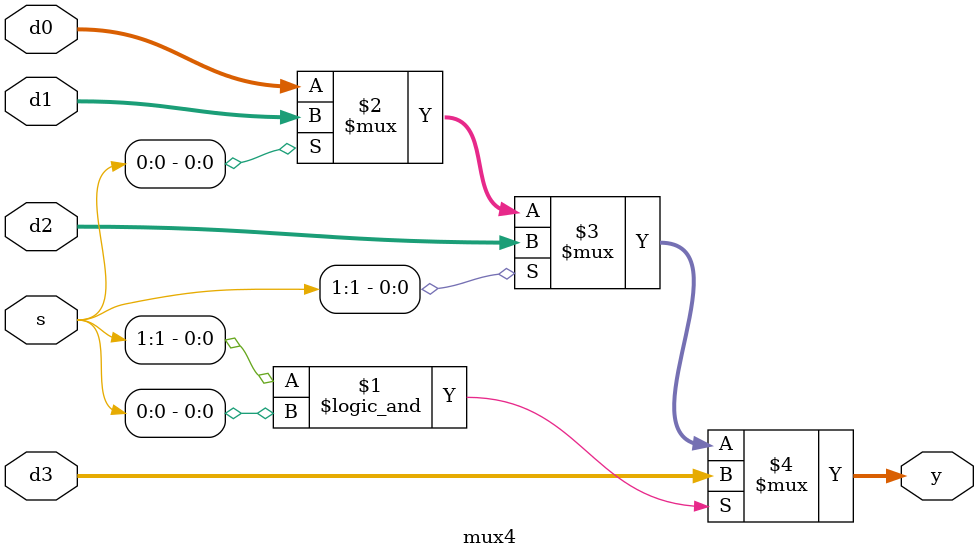
<source format=sv>
module mux4(
	input logic [31:0] d0, d1, d2, d3,
 	input logic [1:0] s,
 	output logic [31:0] y);

 	assign y = (s[1] && s[0]) ? d3 : (s[1] ? d2 : (s[0] ? d1: d0)); // Select AluResult, read_data from memory, Branch Target Address or AUIPC

endmodule

</source>
